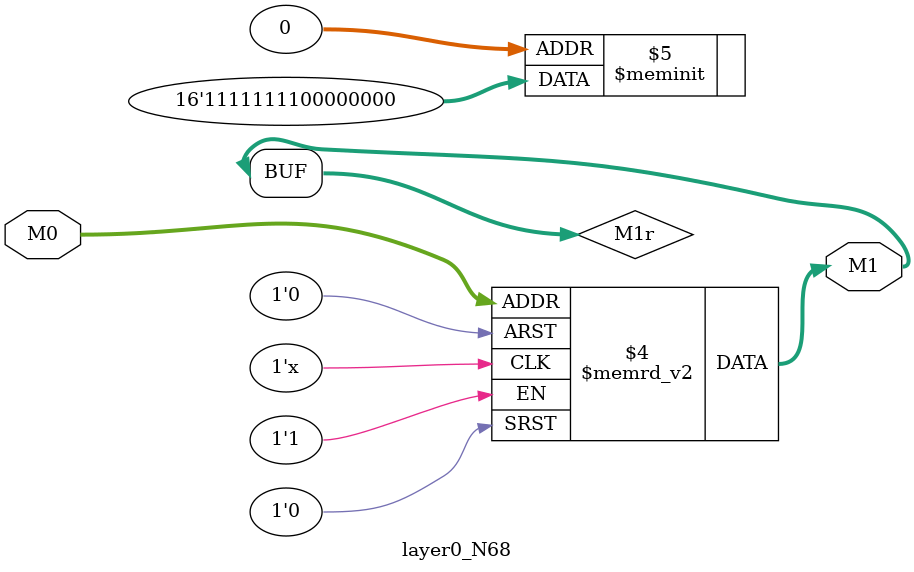
<source format=v>
module layer0_N68 ( input [2:0] M0, output [1:0] M1 );

	(*rom_style = "distributed" *) reg [1:0] M1r;
	assign M1 = M1r;
	always @ (M0) begin
		case (M0)
			3'b000: M1r = 2'b00;
			3'b100: M1r = 2'b11;
			3'b010: M1r = 2'b00;
			3'b110: M1r = 2'b11;
			3'b001: M1r = 2'b00;
			3'b101: M1r = 2'b11;
			3'b011: M1r = 2'b00;
			3'b111: M1r = 2'b11;

		endcase
	end
endmodule

</source>
